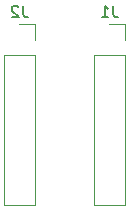
<source format=gbr>
%TF.GenerationSoftware,KiCad,Pcbnew,7.0.7*%
%TF.CreationDate,2023-09-16T19:55:21-06:00*%
%TF.ProjectId,dra818-breakout,64726138-3138-42d6-9272-65616b6f7574,rev?*%
%TF.SameCoordinates,Original*%
%TF.FileFunction,Legend,Bot*%
%TF.FilePolarity,Positive*%
%FSLAX46Y46*%
G04 Gerber Fmt 4.6, Leading zero omitted, Abs format (unit mm)*
G04 Created by KiCad (PCBNEW 7.0.7) date 2023-09-16 19:55:21*
%MOMM*%
%LPD*%
G01*
G04 APERTURE LIST*
%ADD10C,0.150000*%
%ADD11C,0.120000*%
G04 APERTURE END LIST*
D10*
X147653333Y-112044819D02*
X147653333Y-112759104D01*
X147653333Y-112759104D02*
X147700952Y-112901961D01*
X147700952Y-112901961D02*
X147796190Y-112997200D01*
X147796190Y-112997200D02*
X147939047Y-113044819D01*
X147939047Y-113044819D02*
X148034285Y-113044819D01*
X147224761Y-112140057D02*
X147177142Y-112092438D01*
X147177142Y-112092438D02*
X147081904Y-112044819D01*
X147081904Y-112044819D02*
X146843809Y-112044819D01*
X146843809Y-112044819D02*
X146748571Y-112092438D01*
X146748571Y-112092438D02*
X146700952Y-112140057D01*
X146700952Y-112140057D02*
X146653333Y-112235295D01*
X146653333Y-112235295D02*
X146653333Y-112330533D01*
X146653333Y-112330533D02*
X146700952Y-112473390D01*
X146700952Y-112473390D02*
X147272380Y-113044819D01*
X147272380Y-113044819D02*
X146653333Y-113044819D01*
X155273333Y-112044819D02*
X155273333Y-112759104D01*
X155273333Y-112759104D02*
X155320952Y-112901961D01*
X155320952Y-112901961D02*
X155416190Y-112997200D01*
X155416190Y-112997200D02*
X155559047Y-113044819D01*
X155559047Y-113044819D02*
X155654285Y-113044819D01*
X154273333Y-113044819D02*
X154844761Y-113044819D01*
X154559047Y-113044819D02*
X154559047Y-112044819D01*
X154559047Y-112044819D02*
X154654285Y-112187676D01*
X154654285Y-112187676D02*
X154749523Y-112282914D01*
X154749523Y-112282914D02*
X154844761Y-112330533D01*
D11*
%TO.C,J2*%
X148650000Y-116190000D02*
X148650000Y-128950000D01*
X148650000Y-114920000D02*
X148650000Y-113590000D01*
X148650000Y-113590000D02*
X147320000Y-113590000D01*
X148650000Y-116190000D02*
X145990000Y-116190000D01*
X148650000Y-128950000D02*
X145990000Y-128950000D01*
X145990000Y-116190000D02*
X145990000Y-128950000D01*
%TO.C,J1*%
X156270000Y-116190000D02*
X156270000Y-128950000D01*
X156270000Y-114920000D02*
X156270000Y-113590000D01*
X156270000Y-113590000D02*
X154940000Y-113590000D01*
X156270000Y-116190000D02*
X153610000Y-116190000D01*
X156270000Y-128950000D02*
X153610000Y-128950000D01*
X153610000Y-116190000D02*
X153610000Y-128950000D01*
%TD*%
M02*

</source>
